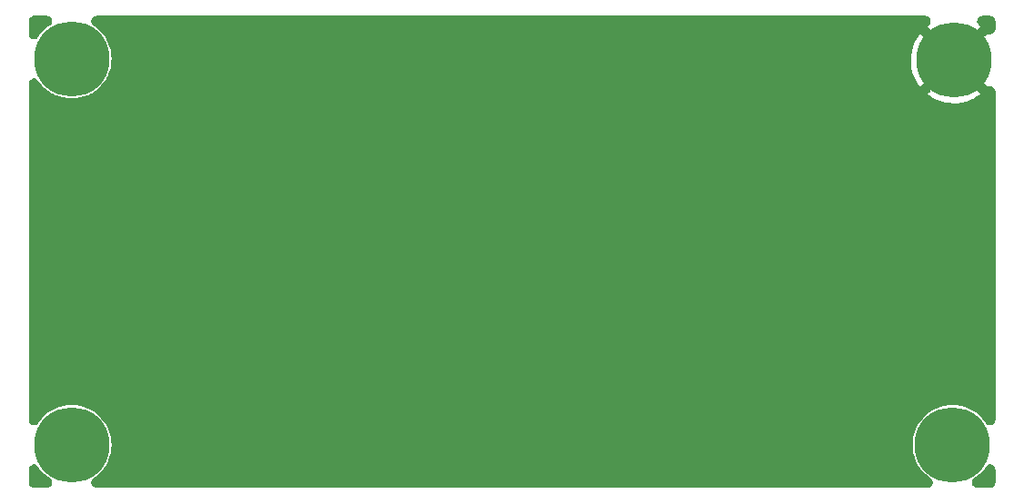
<source format=gbr>
%TF.GenerationSoftware,KiCad,Pcbnew,(6.0.0)*%
%TF.CreationDate,2023-03-06T12:39:07+00:00*%
%TF.ProjectId,VHF_Filter_Board,5648465f-4669-46c7-9465-725f426f6172,rev?*%
%TF.SameCoordinates,Original*%
%TF.FileFunction,Copper,L2,Bot*%
%TF.FilePolarity,Positive*%
%FSLAX46Y46*%
G04 Gerber Fmt 4.6, Leading zero omitted, Abs format (unit mm)*
G04 Created by KiCad (PCBNEW (6.0.0)) date 2023-03-06 12:39:07*
%MOMM*%
%LPD*%
G01*
G04 APERTURE LIST*
%TA.AperFunction,ComponentPad*%
%ADD10C,0.800000*%
%TD*%
%TA.AperFunction,ComponentPad*%
%ADD11C,7.000000*%
%TD*%
%TA.AperFunction,ViaPad*%
%ADD12C,0.800000*%
%TD*%
G04 APERTURE END LIST*
D10*
%TO.P,H1,1*%
%TO.N,N/C*%
X173518845Y-62143845D03*
X178000000Y-60287690D03*
X174287690Y-60287690D03*
X174287690Y-64000000D03*
X176143845Y-64768845D03*
X178000000Y-64000000D03*
X178768845Y-62143845D03*
D11*
%TO.N,gnd*%
X176143845Y-62143845D03*
D10*
%TO.N,N/C*%
X176143845Y-59518845D03*
%TD*%
%TO.P,H3,1*%
%TO.N,N/C*%
X178625000Y-98000000D03*
X176000000Y-100625000D03*
D11*
X176000000Y-98000000D03*
D10*
X174143845Y-99856155D03*
X177856155Y-96143845D03*
X177856155Y-99856155D03*
X174143845Y-96143845D03*
X176000000Y-95375000D03*
X173375000Y-98000000D03*
%TD*%
D11*
%TO.P,H4,1*%
%TO.N,N/C*%
X94000000Y-98000000D03*
D10*
X94000000Y-95375000D03*
X92143845Y-99856155D03*
X91375000Y-98000000D03*
X95856155Y-96143845D03*
X94000000Y-100625000D03*
X96625000Y-98000000D03*
X95856155Y-99856155D03*
X92143845Y-96143845D03*
%TD*%
%TO.P,H2,1*%
%TO.N,N/C*%
X94000000Y-64625000D03*
X92143845Y-63856155D03*
D11*
X94000000Y-62000000D03*
D10*
X95856155Y-63856155D03*
X91375000Y-62000000D03*
X95856155Y-60143845D03*
X92143845Y-60143845D03*
X94000000Y-59375000D03*
X96625000Y-62000000D03*
%TD*%
D12*
%TO.N,gnd*%
X125000000Y-99000000D03*
X127000000Y-99000000D03*
X165000000Y-99000000D03*
X157000000Y-65000000D03*
X97000000Y-91000000D03*
X151000000Y-95000000D03*
X107000000Y-81000000D03*
X157000000Y-77000000D03*
X176000000Y-86000000D03*
X149000000Y-75000000D03*
X169000000Y-63000000D03*
X141000000Y-67000000D03*
X121000000Y-89000000D03*
X165000000Y-95000000D03*
X143000000Y-65000000D03*
X113000000Y-97000000D03*
X92000000Y-88000000D03*
X99000000Y-99000000D03*
X127000000Y-61000000D03*
X115000000Y-87000000D03*
X157000000Y-69000000D03*
X107000000Y-63000000D03*
X176000000Y-68000000D03*
X139000000Y-63000000D03*
X141000000Y-77000000D03*
X101000000Y-63000000D03*
X163000000Y-71000000D03*
X157000000Y-73000000D03*
X105000000Y-81000000D03*
X143000000Y-77000000D03*
X149000000Y-71000000D03*
X107000000Y-65000000D03*
X105000000Y-91000000D03*
X113000000Y-91000000D03*
X129000000Y-95000000D03*
X163000000Y-75000000D03*
X133000000Y-99000000D03*
X111000000Y-97000000D03*
X173000000Y-71000000D03*
X163000000Y-73000000D03*
X127000000Y-81000000D03*
X97000000Y-83000000D03*
X121000000Y-63000000D03*
X163000000Y-99000000D03*
X167000000Y-95000000D03*
X117000000Y-61000000D03*
X171000000Y-61000000D03*
X127000000Y-91000000D03*
X159000000Y-69000000D03*
X92000000Y-90000000D03*
X135000000Y-95000000D03*
X125000000Y-89000000D03*
X105000000Y-63000000D03*
X123000000Y-65000000D03*
X151000000Y-71000000D03*
X119000000Y-91000000D03*
X113000000Y-87000000D03*
X165000000Y-75000000D03*
X97000000Y-87000000D03*
X147000000Y-73000000D03*
X171000000Y-63000000D03*
X155000000Y-67000000D03*
X167000000Y-97000000D03*
X131000000Y-65000000D03*
X129000000Y-93000000D03*
X94000000Y-78000000D03*
X176000000Y-80000000D03*
X145000000Y-99000000D03*
X167000000Y-69000000D03*
X123000000Y-83000000D03*
X109000000Y-85000000D03*
X173000000Y-79000000D03*
X131000000Y-95000000D03*
X101000000Y-61000000D03*
X101000000Y-95000000D03*
X99000000Y-83000000D03*
X163000000Y-67000000D03*
X169000000Y-73000000D03*
X109000000Y-87000000D03*
X133000000Y-65000000D03*
X103000000Y-63000000D03*
X145000000Y-95000000D03*
X171000000Y-73000000D03*
X137000000Y-97000000D03*
X94000000Y-84000000D03*
X165000000Y-67000000D03*
X92000000Y-72000000D03*
X101000000Y-81000000D03*
X117000000Y-97000000D03*
X176000000Y-82000000D03*
X115000000Y-93000000D03*
X103000000Y-85000000D03*
X143000000Y-97000000D03*
X123000000Y-91000000D03*
X141000000Y-71000000D03*
X123000000Y-93000000D03*
X119000000Y-63000000D03*
X111000000Y-63000000D03*
X147000000Y-67000000D03*
X153000000Y-69000000D03*
X159000000Y-77000000D03*
X161000000Y-71000000D03*
X109000000Y-95000000D03*
X92000000Y-68000000D03*
X176000000Y-78000000D03*
X149000000Y-97000000D03*
X143000000Y-75000000D03*
X141000000Y-79000000D03*
X169000000Y-79000000D03*
X178000000Y-76000000D03*
X117000000Y-87000000D03*
X119000000Y-95000000D03*
X165000000Y-65000000D03*
X107000000Y-85000000D03*
X119000000Y-93000000D03*
X151000000Y-97000000D03*
X139000000Y-65000000D03*
X131000000Y-97000000D03*
X137000000Y-65000000D03*
X92000000Y-82000000D03*
X121000000Y-91000000D03*
X105000000Y-85000000D03*
X115000000Y-63000000D03*
X153000000Y-63000000D03*
X141000000Y-65000000D03*
X94000000Y-92000000D03*
X115000000Y-85000000D03*
X145000000Y-71000000D03*
X155000000Y-71000000D03*
X151000000Y-77000000D03*
X147000000Y-65000000D03*
X171000000Y-75000000D03*
X176000000Y-84000000D03*
X153000000Y-75000000D03*
X107000000Y-87000000D03*
X99000000Y-85000000D03*
X139000000Y-99000000D03*
X107000000Y-91000000D03*
X99000000Y-87000000D03*
X147000000Y-97000000D03*
X171000000Y-77000000D03*
X129000000Y-83000000D03*
X125000000Y-93000000D03*
X159000000Y-67000000D03*
X113000000Y-85000000D03*
X137000000Y-63000000D03*
X117000000Y-95000000D03*
X169000000Y-75000000D03*
X145000000Y-67000000D03*
X157000000Y-63000000D03*
X178000000Y-80000000D03*
X145000000Y-73000000D03*
X107000000Y-95000000D03*
X101000000Y-89000000D03*
X103000000Y-95000000D03*
X149000000Y-67000000D03*
X103000000Y-65000000D03*
X123000000Y-85000000D03*
X121000000Y-87000000D03*
X105000000Y-61000000D03*
X94000000Y-80000000D03*
X129000000Y-87000000D03*
X125000000Y-61000000D03*
X143000000Y-73000000D03*
X103000000Y-97000000D03*
X159000000Y-95000000D03*
X163000000Y-63000000D03*
X111000000Y-65000000D03*
X127000000Y-97000000D03*
X125000000Y-65000000D03*
X167000000Y-77000000D03*
X103000000Y-89000000D03*
X149000000Y-79000000D03*
X155000000Y-75000000D03*
X129000000Y-65000000D03*
X135000000Y-99000000D03*
X176000000Y-70000000D03*
X103000000Y-87000000D03*
X121000000Y-85000000D03*
X178000000Y-84000000D03*
X121000000Y-81000000D03*
X101000000Y-65000000D03*
X155000000Y-95000000D03*
X111000000Y-95000000D03*
X145000000Y-65000000D03*
X155000000Y-97000000D03*
X163000000Y-95000000D03*
X147000000Y-77000000D03*
X153000000Y-95000000D03*
X143000000Y-99000000D03*
X169000000Y-61000000D03*
X127000000Y-85000000D03*
X153000000Y-99000000D03*
X119000000Y-65000000D03*
X109000000Y-61000000D03*
X99000000Y-91000000D03*
X101000000Y-91000000D03*
X129000000Y-97000000D03*
X173000000Y-75000000D03*
X94000000Y-76000000D03*
X161000000Y-75000000D03*
X97000000Y-93000000D03*
X167000000Y-67000000D03*
X153000000Y-67000000D03*
X178000000Y-70000000D03*
X161000000Y-69000000D03*
X129000000Y-81000000D03*
X115000000Y-95000000D03*
X159000000Y-65000000D03*
X151000000Y-63000000D03*
X153000000Y-79000000D03*
X178000000Y-88000000D03*
X107000000Y-97000000D03*
X113000000Y-63000000D03*
X178000000Y-82000000D03*
X115000000Y-83000000D03*
X173000000Y-73000000D03*
X105000000Y-95000000D03*
X159000000Y-63000000D03*
X143000000Y-95000000D03*
X125000000Y-97000000D03*
X139000000Y-95000000D03*
X169000000Y-77000000D03*
X143000000Y-67000000D03*
X99000000Y-93000000D03*
X135000000Y-97000000D03*
X141000000Y-73000000D03*
X159000000Y-73000000D03*
X145000000Y-69000000D03*
X99000000Y-81000000D03*
X117000000Y-85000000D03*
X103000000Y-91000000D03*
X115000000Y-61000000D03*
X113000000Y-95000000D03*
X94000000Y-70000000D03*
X165000000Y-71000000D03*
X176000000Y-74000000D03*
X176000000Y-90000000D03*
X159000000Y-99000000D03*
X145000000Y-77000000D03*
X149000000Y-63000000D03*
X113000000Y-81000000D03*
X97000000Y-81000000D03*
X161000000Y-99000000D03*
X178000000Y-68000000D03*
X143000000Y-79000000D03*
X109000000Y-93000000D03*
X178000000Y-74000000D03*
X119000000Y-83000000D03*
X159000000Y-75000000D03*
X135000000Y-63000000D03*
X161000000Y-77000000D03*
X165000000Y-69000000D03*
X123000000Y-61000000D03*
X147000000Y-75000000D03*
X123000000Y-97000000D03*
X151000000Y-99000000D03*
X149000000Y-69000000D03*
X161000000Y-95000000D03*
X133000000Y-61000000D03*
X125000000Y-85000000D03*
X165000000Y-79000000D03*
X157000000Y-79000000D03*
X105000000Y-83000000D03*
X119000000Y-89000000D03*
X153000000Y-97000000D03*
X151000000Y-67000000D03*
X157000000Y-97000000D03*
X157000000Y-75000000D03*
X125000000Y-95000000D03*
X161000000Y-97000000D03*
X139000000Y-97000000D03*
X92000000Y-92000000D03*
X99000000Y-97000000D03*
X113000000Y-65000000D03*
X111000000Y-91000000D03*
X123000000Y-89000000D03*
X127000000Y-93000000D03*
X92000000Y-78000000D03*
X143000000Y-69000000D03*
X171000000Y-79000000D03*
X155000000Y-63000000D03*
X145000000Y-63000000D03*
X123000000Y-87000000D03*
X147000000Y-63000000D03*
X92000000Y-70000000D03*
X109000000Y-83000000D03*
X149000000Y-95000000D03*
X94000000Y-82000000D03*
X94000000Y-74000000D03*
X107000000Y-61000000D03*
X101000000Y-83000000D03*
X113000000Y-61000000D03*
X141000000Y-95000000D03*
X123000000Y-63000000D03*
X173000000Y-67000000D03*
X176000000Y-72000000D03*
X119000000Y-85000000D03*
X153000000Y-65000000D03*
X115000000Y-91000000D03*
X165000000Y-97000000D03*
X109000000Y-65000000D03*
X133000000Y-97000000D03*
X94000000Y-72000000D03*
X157000000Y-67000000D03*
X163000000Y-79000000D03*
X92000000Y-80000000D03*
X117000000Y-83000000D03*
X115000000Y-65000000D03*
X163000000Y-65000000D03*
X155000000Y-65000000D03*
X111000000Y-87000000D03*
X145000000Y-79000000D03*
X159000000Y-97000000D03*
X111000000Y-93000000D03*
X149000000Y-77000000D03*
X117000000Y-91000000D03*
X121000000Y-95000000D03*
X169000000Y-71000000D03*
X117000000Y-93000000D03*
X123000000Y-95000000D03*
X178000000Y-90000000D03*
X121000000Y-65000000D03*
X149000000Y-65000000D03*
X109000000Y-97000000D03*
X171000000Y-99000000D03*
X141000000Y-69000000D03*
X101000000Y-97000000D03*
X137000000Y-99000000D03*
X141000000Y-99000000D03*
X147000000Y-71000000D03*
X105000000Y-65000000D03*
X109000000Y-89000000D03*
X155000000Y-79000000D03*
X129000000Y-99000000D03*
X111000000Y-61000000D03*
X151000000Y-75000000D03*
X125000000Y-63000000D03*
X147000000Y-99000000D03*
X167000000Y-99000000D03*
X119000000Y-87000000D03*
X141000000Y-97000000D03*
X145000000Y-75000000D03*
X151000000Y-73000000D03*
X107000000Y-83000000D03*
X167000000Y-61000000D03*
X153000000Y-77000000D03*
X133000000Y-63000000D03*
X111000000Y-89000000D03*
X161000000Y-65000000D03*
X103000000Y-61000000D03*
X92000000Y-76000000D03*
X155000000Y-69000000D03*
X101000000Y-85000000D03*
X157000000Y-71000000D03*
X133000000Y-95000000D03*
X99000000Y-95000000D03*
X131000000Y-99000000D03*
X167000000Y-75000000D03*
X149000000Y-99000000D03*
X123000000Y-81000000D03*
X111000000Y-85000000D03*
X169000000Y-65000000D03*
X117000000Y-89000000D03*
X159000000Y-79000000D03*
X99000000Y-61000000D03*
X147000000Y-79000000D03*
X167000000Y-79000000D03*
X119000000Y-81000000D03*
X169000000Y-69000000D03*
X109000000Y-63000000D03*
X125000000Y-91000000D03*
X105000000Y-97000000D03*
X171000000Y-69000000D03*
X167000000Y-65000000D03*
X113000000Y-89000000D03*
X129000000Y-63000000D03*
X127000000Y-63000000D03*
X165000000Y-73000000D03*
X171000000Y-65000000D03*
X129000000Y-85000000D03*
X115000000Y-89000000D03*
X143000000Y-71000000D03*
X109000000Y-81000000D03*
X121000000Y-97000000D03*
X151000000Y-69000000D03*
X103000000Y-93000000D03*
X111000000Y-83000000D03*
X109000000Y-91000000D03*
X178000000Y-72000000D03*
X159000000Y-71000000D03*
X135000000Y-65000000D03*
X153000000Y-73000000D03*
X115000000Y-97000000D03*
X149000000Y-73000000D03*
X92000000Y-84000000D03*
X125000000Y-87000000D03*
X127000000Y-65000000D03*
X163000000Y-97000000D03*
X169000000Y-99000000D03*
X169000000Y-95000000D03*
X115000000Y-81000000D03*
X94000000Y-86000000D03*
X94000000Y-88000000D03*
X143000000Y-63000000D03*
X167000000Y-63000000D03*
X119000000Y-97000000D03*
X131000000Y-63000000D03*
X97000000Y-89000000D03*
X145000000Y-97000000D03*
X135000000Y-61000000D03*
X105000000Y-87000000D03*
X171000000Y-67000000D03*
X94000000Y-68000000D03*
X129000000Y-91000000D03*
X105000000Y-93000000D03*
X157000000Y-95000000D03*
X131000000Y-61000000D03*
X178000000Y-78000000D03*
X127000000Y-87000000D03*
X101000000Y-93000000D03*
X111000000Y-81000000D03*
X125000000Y-83000000D03*
X127000000Y-95000000D03*
X167000000Y-71000000D03*
X127000000Y-89000000D03*
X99000000Y-65000000D03*
X169000000Y-67000000D03*
X161000000Y-63000000D03*
X125000000Y-81000000D03*
X176000000Y-92000000D03*
X173000000Y-69000000D03*
X129000000Y-61000000D03*
X163000000Y-77000000D03*
X117000000Y-65000000D03*
X147000000Y-95000000D03*
X119000000Y-61000000D03*
X173000000Y-77000000D03*
X105000000Y-89000000D03*
X117000000Y-81000000D03*
X163000000Y-69000000D03*
X151000000Y-65000000D03*
X101000000Y-87000000D03*
X107000000Y-93000000D03*
X155000000Y-73000000D03*
X176000000Y-88000000D03*
X161000000Y-79000000D03*
X171000000Y-97000000D03*
X129000000Y-89000000D03*
X121000000Y-83000000D03*
X103000000Y-83000000D03*
X161000000Y-67000000D03*
X151000000Y-79000000D03*
X137000000Y-95000000D03*
X165000000Y-77000000D03*
X171000000Y-71000000D03*
X157000000Y-99000000D03*
X141000000Y-63000000D03*
X165000000Y-63000000D03*
X97000000Y-85000000D03*
X165000000Y-61000000D03*
X92000000Y-74000000D03*
X92000000Y-86000000D03*
X127000000Y-83000000D03*
X117000000Y-63000000D03*
X113000000Y-83000000D03*
X153000000Y-71000000D03*
X121000000Y-93000000D03*
X103000000Y-81000000D03*
X167000000Y-73000000D03*
X113000000Y-93000000D03*
X155000000Y-99000000D03*
X178000000Y-92000000D03*
X155000000Y-77000000D03*
X178000000Y-86000000D03*
X141000000Y-75000000D03*
X169000000Y-97000000D03*
X121000000Y-61000000D03*
X147000000Y-69000000D03*
X107000000Y-89000000D03*
X99000000Y-89000000D03*
X99000000Y-63000000D03*
X176000000Y-76000000D03*
X94000000Y-90000000D03*
X161000000Y-73000000D03*
%TD*%
%TA.AperFunction,Conductor*%
%TO.N,gnd*%
G36*
X173632600Y-58020713D02*
G01*
X173761795Y-58079714D01*
X173869134Y-58172724D01*
X173945921Y-58292208D01*
X173985936Y-58428485D01*
X173985936Y-58570515D01*
X173945921Y-58706792D01*
X173869134Y-58826276D01*
X173785321Y-58903199D01*
X173712828Y-58955868D01*
X173691049Y-58977034D01*
X173710458Y-59003351D01*
X173863134Y-59156027D01*
X173948250Y-59269728D01*
X173997884Y-59402803D01*
X174008017Y-59544471D01*
X173977826Y-59683256D01*
X173909758Y-59807913D01*
X173876503Y-59846290D01*
X173859408Y-59859408D01*
X173849571Y-59872228D01*
X173748018Y-59948250D01*
X173614943Y-59997884D01*
X173473275Y-60008017D01*
X173334490Y-59977826D01*
X173209833Y-59909758D01*
X173156027Y-59863134D01*
X173003379Y-59710486D01*
X172978419Y-59691801D01*
X172957067Y-59713012D01*
X172840181Y-59867005D01*
X172826404Y-59887125D01*
X172633764Y-60200257D01*
X172622026Y-60221608D01*
X172460856Y-60552054D01*
X172451255Y-60574456D01*
X172323102Y-60919050D01*
X172315732Y-60942282D01*
X172221818Y-61297733D01*
X172216750Y-61321575D01*
X172157970Y-61684492D01*
X172155252Y-61708723D01*
X172132168Y-62075647D01*
X172131827Y-62100000D01*
X172144660Y-62467449D01*
X172146697Y-62491708D01*
X172195323Y-62856146D01*
X172199723Y-62880119D01*
X172283678Y-63238066D01*
X172290388Y-63261467D01*
X172408874Y-63609518D01*
X172417846Y-63632178D01*
X172569727Y-63966997D01*
X172580862Y-63988664D01*
X172764699Y-64307078D01*
X172777887Y-64327541D01*
X172955357Y-64575430D01*
X172976175Y-64597153D01*
X173003256Y-64577327D01*
X173156027Y-64424556D01*
X173269728Y-64339440D01*
X173402803Y-64289806D01*
X173544471Y-64279673D01*
X173683256Y-64309864D01*
X173807913Y-64377932D01*
X173846290Y-64411187D01*
X173859408Y-64428282D01*
X173872228Y-64438119D01*
X173948250Y-64539672D01*
X173997884Y-64672747D01*
X174008017Y-64814415D01*
X173977826Y-64953200D01*
X173909758Y-65077857D01*
X173863134Y-65131663D01*
X173710637Y-65284160D01*
X173691798Y-65309326D01*
X173712318Y-65330128D01*
X173844007Y-65431542D01*
X173864006Y-65445441D01*
X174175806Y-65640275D01*
X174197063Y-65652156D01*
X174526388Y-65815635D01*
X174548715Y-65825389D01*
X174892409Y-65955946D01*
X174915580Y-65963475D01*
X175270379Y-66059871D01*
X175294172Y-66065103D01*
X175656692Y-66126418D01*
X175680874Y-66129302D01*
X176047623Y-66154947D01*
X176072016Y-66155458D01*
X176439517Y-66145192D01*
X176463802Y-66143324D01*
X176828556Y-66097245D01*
X176852571Y-66093010D01*
X177211083Y-66011558D01*
X177234548Y-66005007D01*
X177583401Y-65888959D01*
X177606135Y-65880141D01*
X177942000Y-65730605D01*
X177963743Y-65719622D01*
X178283421Y-65538019D01*
X178303999Y-65524960D01*
X178576142Y-65332984D01*
X178597800Y-65312516D01*
X178577561Y-65284668D01*
X178424556Y-65131663D01*
X178339440Y-65017962D01*
X178289806Y-64884887D01*
X178279673Y-64743219D01*
X178309864Y-64604434D01*
X178377932Y-64479777D01*
X178411187Y-64441400D01*
X178428282Y-64428282D01*
X178438119Y-64415462D01*
X178539672Y-64339440D01*
X178672747Y-64289806D01*
X178814415Y-64279673D01*
X178953200Y-64309864D01*
X179077857Y-64377932D01*
X179131663Y-64424556D01*
X179284148Y-64577041D01*
X179310574Y-64596823D01*
X179359070Y-64586273D01*
X179394426Y-64573086D01*
X179536094Y-64562952D01*
X179674879Y-64593142D01*
X179799536Y-64661208D01*
X179899968Y-64761638D01*
X179968036Y-64886294D01*
X179998228Y-65025079D01*
X179999500Y-65060681D01*
X179999500Y-95679685D01*
X179979287Y-95820270D01*
X179920286Y-95949465D01*
X179827276Y-96056804D01*
X179707792Y-96133591D01*
X179571515Y-96173606D01*
X179429485Y-96173606D01*
X179293208Y-96133591D01*
X179173724Y-96056804D01*
X179082004Y-95951460D01*
X179004993Y-95832874D01*
X179004984Y-95832861D01*
X178997876Y-95821916D01*
X178753781Y-95520484D01*
X178479516Y-95246219D01*
X178178084Y-95002124D01*
X177852789Y-94790875D01*
X177687503Y-94706658D01*
X177518841Y-94620720D01*
X177518834Y-94620717D01*
X177507194Y-94614786D01*
X177495004Y-94610107D01*
X177494998Y-94610104D01*
X177340232Y-94550695D01*
X177145087Y-94475786D01*
X177132475Y-94472407D01*
X177132470Y-94472405D01*
X176783059Y-94378781D01*
X176783057Y-94378781D01*
X176770433Y-94375398D01*
X176757528Y-94373354D01*
X176400240Y-94316765D01*
X176400231Y-94316764D01*
X176387338Y-94314722D01*
X176374289Y-94314038D01*
X176374288Y-94314038D01*
X176013051Y-94295106D01*
X176000000Y-94294422D01*
X175986949Y-94295106D01*
X175625712Y-94314038D01*
X175625711Y-94314038D01*
X175612662Y-94314722D01*
X175599769Y-94316764D01*
X175599760Y-94316765D01*
X175242472Y-94373354D01*
X175229567Y-94375398D01*
X175216943Y-94378781D01*
X175216941Y-94378781D01*
X174867530Y-94472405D01*
X174867525Y-94472407D01*
X174854913Y-94475786D01*
X174659768Y-94550695D01*
X174505002Y-94610104D01*
X174504996Y-94610107D01*
X174492806Y-94614786D01*
X174481166Y-94620717D01*
X174481159Y-94620720D01*
X174312497Y-94706658D01*
X174147211Y-94790875D01*
X173821916Y-95002124D01*
X173520484Y-95246219D01*
X173246219Y-95520484D01*
X173002124Y-95821916D01*
X172790875Y-96147211D01*
X172614786Y-96492806D01*
X172475786Y-96854913D01*
X172375398Y-97229567D01*
X172314722Y-97612662D01*
X172294422Y-98000000D01*
X172314722Y-98387338D01*
X172375398Y-98770433D01*
X172475786Y-99145087D01*
X172614786Y-99507194D01*
X172790875Y-99852789D01*
X173002124Y-100178084D01*
X173246219Y-100479516D01*
X173520484Y-100753781D01*
X173821916Y-100997876D01*
X173832864Y-101004986D01*
X173832874Y-101004993D01*
X173951460Y-101082004D01*
X174058355Y-101175524D01*
X174134573Y-101295371D01*
X174173938Y-101431837D01*
X174173262Y-101573866D01*
X174132599Y-101709951D01*
X174055244Y-101829067D01*
X173947463Y-101921565D01*
X173817989Y-101979951D01*
X173679685Y-101999500D01*
X96320315Y-101999500D01*
X96179730Y-101979287D01*
X96050535Y-101920286D01*
X95943196Y-101827276D01*
X95866409Y-101707792D01*
X95826394Y-101571515D01*
X95826394Y-101429485D01*
X95866409Y-101293208D01*
X95943196Y-101173724D01*
X96048540Y-101082004D01*
X96167126Y-101004993D01*
X96167136Y-101004986D01*
X96178084Y-100997876D01*
X96479516Y-100753781D01*
X96753781Y-100479516D01*
X96997876Y-100178084D01*
X97209125Y-99852789D01*
X97385214Y-99507194D01*
X97524214Y-99145087D01*
X97624602Y-98770433D01*
X97685278Y-98387338D01*
X97705578Y-98000000D01*
X97685278Y-97612662D01*
X97624602Y-97229567D01*
X97524214Y-96854913D01*
X97385214Y-96492806D01*
X97209125Y-96147211D01*
X96997876Y-95821916D01*
X96753781Y-95520484D01*
X96479516Y-95246219D01*
X96178084Y-95002124D01*
X95852789Y-94790875D01*
X95687503Y-94706658D01*
X95518841Y-94620720D01*
X95518834Y-94620717D01*
X95507194Y-94614786D01*
X95495004Y-94610107D01*
X95494998Y-94610104D01*
X95340232Y-94550695D01*
X95145087Y-94475786D01*
X95132475Y-94472407D01*
X95132470Y-94472405D01*
X94783059Y-94378781D01*
X94783057Y-94378781D01*
X94770433Y-94375398D01*
X94757528Y-94373354D01*
X94400240Y-94316765D01*
X94400231Y-94316764D01*
X94387338Y-94314722D01*
X94374289Y-94314038D01*
X94374288Y-94314038D01*
X94013051Y-94295106D01*
X94000000Y-94294422D01*
X93986949Y-94295106D01*
X93625712Y-94314038D01*
X93625711Y-94314038D01*
X93612662Y-94314722D01*
X93599769Y-94316764D01*
X93599760Y-94316765D01*
X93242472Y-94373354D01*
X93229567Y-94375398D01*
X93216943Y-94378781D01*
X93216941Y-94378781D01*
X92867530Y-94472405D01*
X92867525Y-94472407D01*
X92854913Y-94475786D01*
X92659768Y-94550695D01*
X92505002Y-94610104D01*
X92504996Y-94610107D01*
X92492806Y-94614786D01*
X92481166Y-94620717D01*
X92481159Y-94620720D01*
X92312497Y-94706658D01*
X92147211Y-94790875D01*
X91821916Y-95002124D01*
X91520484Y-95246219D01*
X91246219Y-95520484D01*
X91002124Y-95821916D01*
X90995016Y-95832861D01*
X90995007Y-95832874D01*
X90917996Y-95951460D01*
X90824476Y-96058355D01*
X90704629Y-96134573D01*
X90568163Y-96173938D01*
X90426134Y-96173262D01*
X90290049Y-96132599D01*
X90170933Y-96055244D01*
X90078435Y-95947463D01*
X90020049Y-95817989D01*
X90000500Y-95679685D01*
X90000500Y-64320315D01*
X90020713Y-64179730D01*
X90079714Y-64050535D01*
X90172724Y-63943196D01*
X90292208Y-63866409D01*
X90428485Y-63826394D01*
X90570515Y-63826394D01*
X90706792Y-63866409D01*
X90826276Y-63943196D01*
X90917996Y-64048540D01*
X90995007Y-64167126D01*
X90995014Y-64167136D01*
X91002124Y-64178084D01*
X91246219Y-64479516D01*
X91520484Y-64753781D01*
X91821916Y-64997876D01*
X91832858Y-65004982D01*
X91832861Y-65004984D01*
X91863805Y-65025079D01*
X92147211Y-65209125D01*
X92294476Y-65284160D01*
X92481159Y-65379280D01*
X92481166Y-65379283D01*
X92492806Y-65385214D01*
X92504996Y-65389893D01*
X92505002Y-65389896D01*
X92659768Y-65449305D01*
X92854913Y-65524214D01*
X92867525Y-65527593D01*
X92867530Y-65527595D01*
X93216941Y-65621219D01*
X93229567Y-65624602D01*
X93242471Y-65626646D01*
X93242472Y-65626646D01*
X93599760Y-65683235D01*
X93599769Y-65683236D01*
X93612662Y-65685278D01*
X93625711Y-65685962D01*
X93625712Y-65685962D01*
X93986949Y-65704894D01*
X94000000Y-65705578D01*
X94013051Y-65704894D01*
X94374288Y-65685962D01*
X94374289Y-65685962D01*
X94387338Y-65685278D01*
X94400231Y-65683236D01*
X94400240Y-65683235D01*
X94757528Y-65626646D01*
X94757529Y-65626646D01*
X94770433Y-65624602D01*
X94783059Y-65621219D01*
X95132470Y-65527595D01*
X95132475Y-65527593D01*
X95145087Y-65524214D01*
X95340232Y-65449305D01*
X95494998Y-65389896D01*
X95495004Y-65389893D01*
X95507194Y-65385214D01*
X95518834Y-65379283D01*
X95518841Y-65379280D01*
X95705524Y-65284160D01*
X95852789Y-65209125D01*
X96136195Y-65025079D01*
X96167139Y-65004984D01*
X96167142Y-65004982D01*
X96178084Y-64997876D01*
X96479516Y-64753781D01*
X96753781Y-64479516D01*
X96997876Y-64178084D01*
X97134958Y-63966997D01*
X97202012Y-63863742D01*
X97209125Y-63852789D01*
X97326683Y-63622068D01*
X97379280Y-63518841D01*
X97379283Y-63518834D01*
X97385214Y-63507194D01*
X97524214Y-63145087D01*
X97532246Y-63115113D01*
X97621219Y-62783059D01*
X97621219Y-62783057D01*
X97624602Y-62770433D01*
X97631182Y-62728889D01*
X97683235Y-62400240D01*
X97683236Y-62400231D01*
X97685278Y-62387338D01*
X97689824Y-62300607D01*
X97704894Y-62013051D01*
X97705578Y-62000000D01*
X97690671Y-61715563D01*
X97685962Y-61625712D01*
X97685962Y-61625711D01*
X97685278Y-61612662D01*
X97676748Y-61558801D01*
X97626646Y-61242472D01*
X97626646Y-61242471D01*
X97624602Y-61229567D01*
X97552489Y-60960437D01*
X97527595Y-60867530D01*
X97527593Y-60867525D01*
X97524214Y-60854913D01*
X97422727Y-60590531D01*
X97389896Y-60505002D01*
X97389893Y-60504996D01*
X97385214Y-60492806D01*
X97360577Y-60444452D01*
X97222743Y-60173938D01*
X97209125Y-60147211D01*
X97024643Y-59863134D01*
X97004984Y-59832861D01*
X97004982Y-59832858D01*
X96997876Y-59821916D01*
X96753781Y-59520484D01*
X96479516Y-59246219D01*
X96178084Y-59002124D01*
X96167136Y-58995014D01*
X96167126Y-58995007D01*
X96048540Y-58917996D01*
X95941645Y-58824476D01*
X95865427Y-58704629D01*
X95826062Y-58568163D01*
X95826738Y-58426134D01*
X95867401Y-58290049D01*
X95944756Y-58170933D01*
X96052537Y-58078435D01*
X96182011Y-58020049D01*
X96320315Y-58000500D01*
X173492015Y-58000500D01*
X173632600Y-58020713D01*
G37*
%TD.AperFunction*%
%TA.AperFunction,Conductor*%
G36*
X177395566Y-60597554D02*
G01*
X177520223Y-60665622D01*
X177558600Y-60698877D01*
X177571718Y-60715972D01*
X177584538Y-60725809D01*
X177660560Y-60827362D01*
X177710194Y-60960437D01*
X177720327Y-61102105D01*
X177690136Y-61240890D01*
X177622068Y-61365547D01*
X177575444Y-61419353D01*
X176876190Y-62118607D01*
X176856974Y-62144276D01*
X176863701Y-62156594D01*
X177575444Y-62868337D01*
X177660560Y-62982038D01*
X177710194Y-63115113D01*
X177720327Y-63256781D01*
X177690136Y-63395566D01*
X177622068Y-63520223D01*
X177588813Y-63558600D01*
X177571718Y-63571718D01*
X177561881Y-63584538D01*
X177460328Y-63660560D01*
X177327253Y-63710194D01*
X177185585Y-63720327D01*
X177046800Y-63690136D01*
X176922143Y-63622068D01*
X176868337Y-63575444D01*
X176169083Y-62876190D01*
X176143414Y-62856974D01*
X176131096Y-62863701D01*
X175419353Y-63575444D01*
X175305652Y-63660560D01*
X175172577Y-63710194D01*
X175030909Y-63720327D01*
X174892124Y-63690136D01*
X174767467Y-63622068D01*
X174729090Y-63588813D01*
X174715972Y-63571718D01*
X174703152Y-63561881D01*
X174627130Y-63460328D01*
X174577496Y-63327253D01*
X174567363Y-63185585D01*
X174597554Y-63046800D01*
X174665622Y-62922143D01*
X174712246Y-62868337D01*
X175411500Y-62169083D01*
X175430716Y-62143414D01*
X175423989Y-62131096D01*
X174712246Y-61419353D01*
X174627130Y-61305652D01*
X174577496Y-61172577D01*
X174567363Y-61030909D01*
X174597554Y-60892124D01*
X174665622Y-60767467D01*
X174698877Y-60729090D01*
X174715972Y-60715972D01*
X174725809Y-60703152D01*
X174827362Y-60627130D01*
X174960437Y-60577496D01*
X175102105Y-60567363D01*
X175240890Y-60597554D01*
X175365547Y-60665622D01*
X175419353Y-60712246D01*
X176118607Y-61411500D01*
X176144276Y-61430716D01*
X176156594Y-61423989D01*
X176868337Y-60712246D01*
X176982038Y-60627130D01*
X177115113Y-60577496D01*
X177256781Y-60567363D01*
X177395566Y-60597554D01*
G37*
%TD.AperFunction*%
%TA.AperFunction,Conductor*%
G36*
X179641085Y-58020713D02*
G01*
X179770280Y-58079714D01*
X179877619Y-58172724D01*
X179954406Y-58292208D01*
X179994421Y-58428485D01*
X179999500Y-58499500D01*
X179999500Y-59225184D01*
X179979287Y-59365769D01*
X179920286Y-59494964D01*
X179827276Y-59602303D01*
X179707792Y-59679090D01*
X179571515Y-59719105D01*
X179429485Y-59719105D01*
X179378638Y-59704175D01*
X179378434Y-59705082D01*
X179311767Y-59690069D01*
X179284385Y-59710412D01*
X179131663Y-59863134D01*
X179017962Y-59948250D01*
X178884887Y-59997884D01*
X178743219Y-60008017D01*
X178604434Y-59977826D01*
X178479777Y-59909758D01*
X178441400Y-59876503D01*
X178428282Y-59859408D01*
X178415462Y-59849571D01*
X178339440Y-59748018D01*
X178289806Y-59614943D01*
X178279673Y-59473275D01*
X178309864Y-59334490D01*
X178377932Y-59209833D01*
X178424556Y-59156027D01*
X178577495Y-59003088D01*
X178596022Y-58978338D01*
X178574123Y-58956446D01*
X178497420Y-58899065D01*
X178396957Y-58798667D01*
X178328850Y-58674032D01*
X178298615Y-58535257D01*
X178308702Y-58393585D01*
X178358294Y-58260494D01*
X178443373Y-58146766D01*
X178557047Y-58061614D01*
X178690107Y-58011938D01*
X178796332Y-58000500D01*
X179500500Y-58000500D01*
X179641085Y-58020713D01*
G37*
%TD.AperFunction*%
%TD*%
%TA.AperFunction,NonConductor*%
G36*
X91820270Y-58020713D02*
G01*
X91949465Y-58079714D01*
X92056804Y-58172724D01*
X92133591Y-58292208D01*
X92173606Y-58428485D01*
X92173606Y-58570515D01*
X92133591Y-58706792D01*
X92056804Y-58826276D01*
X91951460Y-58917996D01*
X91832874Y-58995007D01*
X91832864Y-58995014D01*
X91821916Y-59002124D01*
X91520484Y-59246219D01*
X91246219Y-59520484D01*
X91002124Y-59821916D01*
X90995016Y-59832861D01*
X90995007Y-59832874D01*
X90917996Y-59951460D01*
X90824476Y-60058355D01*
X90704629Y-60134573D01*
X90568163Y-60173938D01*
X90426134Y-60173262D01*
X90290049Y-60132599D01*
X90170933Y-60055244D01*
X90078435Y-59947463D01*
X90020049Y-59817989D01*
X90000500Y-59679685D01*
X90000500Y-58499500D01*
X90020713Y-58358915D01*
X90079714Y-58229720D01*
X90172724Y-58122381D01*
X90292208Y-58045594D01*
X90428485Y-58005579D01*
X90499500Y-58000500D01*
X91679685Y-58000500D01*
X91820270Y-58020713D01*
G37*
%TD.AperFunction*%
%TA.AperFunction,NonConductor*%
G36*
X179573866Y-99826738D02*
G01*
X179709951Y-99867401D01*
X179829067Y-99944756D01*
X179921565Y-100052537D01*
X179979951Y-100182011D01*
X179999500Y-100320315D01*
X179999500Y-101500500D01*
X179979287Y-101641085D01*
X179920286Y-101770280D01*
X179827276Y-101877619D01*
X179707792Y-101954406D01*
X179571515Y-101994421D01*
X179500500Y-101999500D01*
X178320315Y-101999500D01*
X178179730Y-101979287D01*
X178050535Y-101920286D01*
X177943196Y-101827276D01*
X177866409Y-101707792D01*
X177826394Y-101571515D01*
X177826394Y-101429485D01*
X177866409Y-101293208D01*
X177943196Y-101173724D01*
X178048540Y-101082004D01*
X178167126Y-101004993D01*
X178167136Y-101004986D01*
X178178084Y-100997876D01*
X178479516Y-100753781D01*
X178753781Y-100479516D01*
X178997876Y-100178084D01*
X179004986Y-100167136D01*
X179004993Y-100167126D01*
X179082004Y-100048540D01*
X179175524Y-99941645D01*
X179295371Y-99865427D01*
X179431837Y-99826062D01*
X179573866Y-99826738D01*
G37*
%TD.AperFunction*%
%TA.AperFunction,NonConductor*%
G36*
X90706792Y-99866409D02*
G01*
X90826276Y-99943196D01*
X90917996Y-100048540D01*
X90995007Y-100167126D01*
X90995014Y-100167136D01*
X91002124Y-100178084D01*
X91246219Y-100479516D01*
X91520484Y-100753781D01*
X91821916Y-100997876D01*
X91832864Y-101004986D01*
X91832874Y-101004993D01*
X91951460Y-101082004D01*
X92058355Y-101175524D01*
X92134573Y-101295371D01*
X92173938Y-101431837D01*
X92173262Y-101573866D01*
X92132599Y-101709951D01*
X92055244Y-101829067D01*
X91947463Y-101921565D01*
X91817989Y-101979951D01*
X91679685Y-101999500D01*
X90499500Y-101999500D01*
X90358915Y-101979287D01*
X90229720Y-101920286D01*
X90122381Y-101827276D01*
X90045594Y-101707792D01*
X90005579Y-101571515D01*
X90000500Y-101500500D01*
X90000500Y-100320315D01*
X90020713Y-100179730D01*
X90079714Y-100050535D01*
X90172724Y-99943196D01*
X90292208Y-99866409D01*
X90428485Y-99826394D01*
X90570515Y-99826394D01*
X90706792Y-99866409D01*
G37*
%TD.AperFunction*%
M02*

</source>
